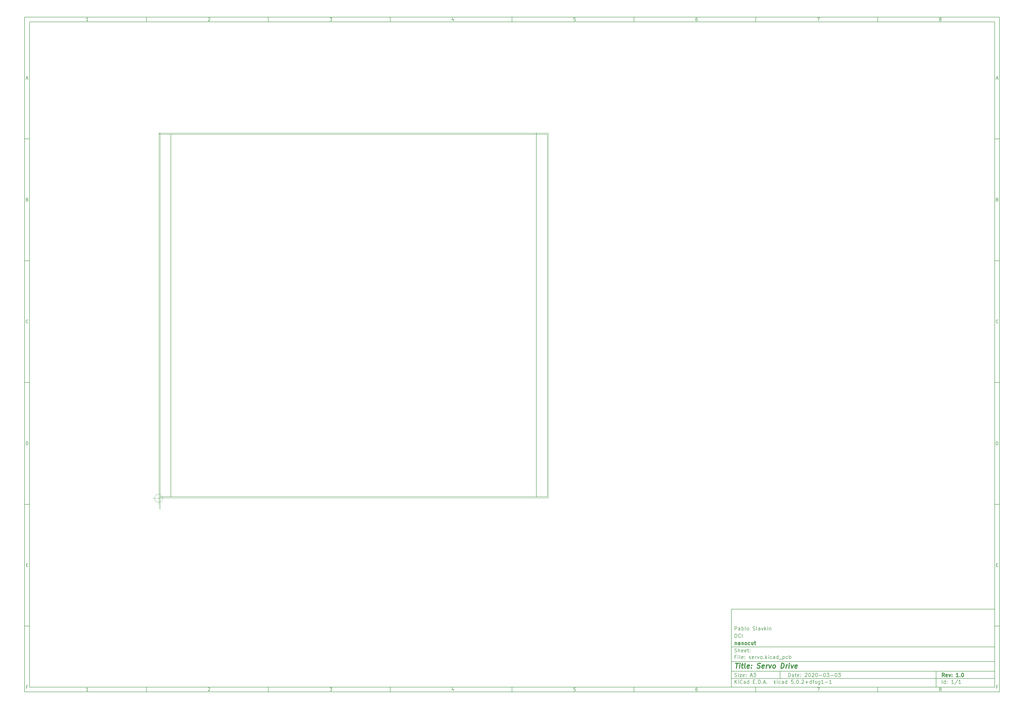
<source format=gbr>
G04 #@! TF.GenerationSoftware,KiCad,Pcbnew,5.0.2+dfsg1-1*
G04 #@! TF.CreationDate,2020-03-04T17:04:27-03:00*
G04 #@! TF.ProjectId,servo,73657276-6f2e-46b6-9963-61645f706362,1.0*
G04 #@! TF.SameCoordinates,PX3dfd240PYc5e32e0*
G04 #@! TF.FileFunction,Other,User*
%FSLAX46Y46*%
G04 Gerber Fmt 4.6, Leading zero omitted, Abs format (unit mm)*
G04 Created by KiCad (PCBNEW 5.0.2+dfsg1-1) date Wed 04 Mar 2020 05:04:27 PM -03*
%MOMM*%
%LPD*%
G01*
G04 APERTURE LIST*
%ADD10C,0.100000*%
%ADD11C,0.150000*%
%ADD12C,0.300000*%
%ADD13C,0.400000*%
%ADD14C,0.200000*%
G04 APERTURE END LIST*
D10*
D11*
X234989000Y-45502200D02*
X234989000Y-77502200D01*
X342989000Y-77502200D01*
X342989000Y-45502200D01*
X234989000Y-45502200D01*
D10*
D11*
X-55000000Y197500000D02*
X-55000000Y-79502200D01*
X344989000Y-79502200D01*
X344989000Y197500000D01*
X-55000000Y197500000D01*
D10*
D11*
X-53000000Y195500000D02*
X-53000000Y-77502200D01*
X342989000Y-77502200D01*
X342989000Y195500000D01*
X-53000000Y195500000D01*
D10*
D11*
X-5000000Y195500000D02*
X-5000000Y197500000D01*
D10*
D11*
X45000000Y195500000D02*
X45000000Y197500000D01*
D10*
D11*
X95000000Y195500000D02*
X95000000Y197500000D01*
D10*
D11*
X145000000Y195500000D02*
X145000000Y197500000D01*
D10*
D11*
X195000000Y195500000D02*
X195000000Y197500000D01*
D10*
D11*
X245000000Y195500000D02*
X245000000Y197500000D01*
D10*
D11*
X295000000Y195500000D02*
X295000000Y197500000D01*
D10*
D11*
X-28934524Y195911905D02*
X-29677381Y195911905D01*
X-29305953Y195911905D02*
X-29305953Y197211905D01*
X-29429762Y197026191D01*
X-29553572Y196902381D01*
X-29677381Y196840477D01*
D10*
D11*
X20322619Y197088096D02*
X20384523Y197150000D01*
X20508333Y197211905D01*
X20817857Y197211905D01*
X20941666Y197150000D01*
X21003571Y197088096D01*
X21065476Y196964286D01*
X21065476Y196840477D01*
X21003571Y196654762D01*
X20260714Y195911905D01*
X21065476Y195911905D01*
D10*
D11*
X70260714Y197211905D02*
X71065476Y197211905D01*
X70632142Y196716667D01*
X70817857Y196716667D01*
X70941666Y196654762D01*
X71003571Y196592858D01*
X71065476Y196469048D01*
X71065476Y196159524D01*
X71003571Y196035715D01*
X70941666Y195973810D01*
X70817857Y195911905D01*
X70446428Y195911905D01*
X70322619Y195973810D01*
X70260714Y196035715D01*
D10*
D11*
X120941666Y196778572D02*
X120941666Y195911905D01*
X120632142Y197273810D02*
X120322619Y196345239D01*
X121127380Y196345239D01*
D10*
D11*
X171003571Y197211905D02*
X170384523Y197211905D01*
X170322619Y196592858D01*
X170384523Y196654762D01*
X170508333Y196716667D01*
X170817857Y196716667D01*
X170941666Y196654762D01*
X171003571Y196592858D01*
X171065476Y196469048D01*
X171065476Y196159524D01*
X171003571Y196035715D01*
X170941666Y195973810D01*
X170817857Y195911905D01*
X170508333Y195911905D01*
X170384523Y195973810D01*
X170322619Y196035715D01*
D10*
D11*
X220941666Y197211905D02*
X220694047Y197211905D01*
X220570238Y197150000D01*
X220508333Y197088096D01*
X220384523Y196902381D01*
X220322619Y196654762D01*
X220322619Y196159524D01*
X220384523Y196035715D01*
X220446428Y195973810D01*
X220570238Y195911905D01*
X220817857Y195911905D01*
X220941666Y195973810D01*
X221003571Y196035715D01*
X221065476Y196159524D01*
X221065476Y196469048D01*
X221003571Y196592858D01*
X220941666Y196654762D01*
X220817857Y196716667D01*
X220570238Y196716667D01*
X220446428Y196654762D01*
X220384523Y196592858D01*
X220322619Y196469048D01*
D10*
D11*
X270260714Y197211905D02*
X271127380Y197211905D01*
X270570238Y195911905D01*
D10*
D11*
X320570238Y196654762D02*
X320446428Y196716667D01*
X320384523Y196778572D01*
X320322619Y196902381D01*
X320322619Y196964286D01*
X320384523Y197088096D01*
X320446428Y197150000D01*
X320570238Y197211905D01*
X320817857Y197211905D01*
X320941666Y197150000D01*
X321003571Y197088096D01*
X321065476Y196964286D01*
X321065476Y196902381D01*
X321003571Y196778572D01*
X320941666Y196716667D01*
X320817857Y196654762D01*
X320570238Y196654762D01*
X320446428Y196592858D01*
X320384523Y196530953D01*
X320322619Y196407143D01*
X320322619Y196159524D01*
X320384523Y196035715D01*
X320446428Y195973810D01*
X320570238Y195911905D01*
X320817857Y195911905D01*
X320941666Y195973810D01*
X321003571Y196035715D01*
X321065476Y196159524D01*
X321065476Y196407143D01*
X321003571Y196530953D01*
X320941666Y196592858D01*
X320817857Y196654762D01*
D10*
D11*
X-5000000Y-77502200D02*
X-5000000Y-79502200D01*
D10*
D11*
X45000000Y-77502200D02*
X45000000Y-79502200D01*
D10*
D11*
X95000000Y-77502200D02*
X95000000Y-79502200D01*
D10*
D11*
X145000000Y-77502200D02*
X145000000Y-79502200D01*
D10*
D11*
X195000000Y-77502200D02*
X195000000Y-79502200D01*
D10*
D11*
X245000000Y-77502200D02*
X245000000Y-79502200D01*
D10*
D11*
X295000000Y-77502200D02*
X295000000Y-79502200D01*
D10*
D11*
X-28934524Y-79090295D02*
X-29677381Y-79090295D01*
X-29305953Y-79090295D02*
X-29305953Y-77790295D01*
X-29429762Y-77976009D01*
X-29553572Y-78099819D01*
X-29677381Y-78161723D01*
D10*
D11*
X20322619Y-77914104D02*
X20384523Y-77852200D01*
X20508333Y-77790295D01*
X20817857Y-77790295D01*
X20941666Y-77852200D01*
X21003571Y-77914104D01*
X21065476Y-78037914D01*
X21065476Y-78161723D01*
X21003571Y-78347438D01*
X20260714Y-79090295D01*
X21065476Y-79090295D01*
D10*
D11*
X70260714Y-77790295D02*
X71065476Y-77790295D01*
X70632142Y-78285533D01*
X70817857Y-78285533D01*
X70941666Y-78347438D01*
X71003571Y-78409342D01*
X71065476Y-78533152D01*
X71065476Y-78842676D01*
X71003571Y-78966485D01*
X70941666Y-79028390D01*
X70817857Y-79090295D01*
X70446428Y-79090295D01*
X70322619Y-79028390D01*
X70260714Y-78966485D01*
D10*
D11*
X120941666Y-78223628D02*
X120941666Y-79090295D01*
X120632142Y-77728390D02*
X120322619Y-78656961D01*
X121127380Y-78656961D01*
D10*
D11*
X171003571Y-77790295D02*
X170384523Y-77790295D01*
X170322619Y-78409342D01*
X170384523Y-78347438D01*
X170508333Y-78285533D01*
X170817857Y-78285533D01*
X170941666Y-78347438D01*
X171003571Y-78409342D01*
X171065476Y-78533152D01*
X171065476Y-78842676D01*
X171003571Y-78966485D01*
X170941666Y-79028390D01*
X170817857Y-79090295D01*
X170508333Y-79090295D01*
X170384523Y-79028390D01*
X170322619Y-78966485D01*
D10*
D11*
X220941666Y-77790295D02*
X220694047Y-77790295D01*
X220570238Y-77852200D01*
X220508333Y-77914104D01*
X220384523Y-78099819D01*
X220322619Y-78347438D01*
X220322619Y-78842676D01*
X220384523Y-78966485D01*
X220446428Y-79028390D01*
X220570238Y-79090295D01*
X220817857Y-79090295D01*
X220941666Y-79028390D01*
X221003571Y-78966485D01*
X221065476Y-78842676D01*
X221065476Y-78533152D01*
X221003571Y-78409342D01*
X220941666Y-78347438D01*
X220817857Y-78285533D01*
X220570238Y-78285533D01*
X220446428Y-78347438D01*
X220384523Y-78409342D01*
X220322619Y-78533152D01*
D10*
D11*
X270260714Y-77790295D02*
X271127380Y-77790295D01*
X270570238Y-79090295D01*
D10*
D11*
X320570238Y-78347438D02*
X320446428Y-78285533D01*
X320384523Y-78223628D01*
X320322619Y-78099819D01*
X320322619Y-78037914D01*
X320384523Y-77914104D01*
X320446428Y-77852200D01*
X320570238Y-77790295D01*
X320817857Y-77790295D01*
X320941666Y-77852200D01*
X321003571Y-77914104D01*
X321065476Y-78037914D01*
X321065476Y-78099819D01*
X321003571Y-78223628D01*
X320941666Y-78285533D01*
X320817857Y-78347438D01*
X320570238Y-78347438D01*
X320446428Y-78409342D01*
X320384523Y-78471247D01*
X320322619Y-78595057D01*
X320322619Y-78842676D01*
X320384523Y-78966485D01*
X320446428Y-79028390D01*
X320570238Y-79090295D01*
X320817857Y-79090295D01*
X320941666Y-79028390D01*
X321003571Y-78966485D01*
X321065476Y-78842676D01*
X321065476Y-78595057D01*
X321003571Y-78471247D01*
X320941666Y-78409342D01*
X320817857Y-78347438D01*
D10*
D11*
X-55000000Y147500000D02*
X-53000000Y147500000D01*
D10*
D11*
X-55000000Y97500000D02*
X-53000000Y97500000D01*
D10*
D11*
X-55000000Y47500000D02*
X-53000000Y47500000D01*
D10*
D11*
X-55000000Y-2500000D02*
X-53000000Y-2500000D01*
D10*
D11*
X-55000000Y-52500000D02*
X-53000000Y-52500000D01*
D10*
D11*
X-54309524Y172283334D02*
X-53690477Y172283334D01*
X-54433334Y171911905D02*
X-54000000Y173211905D01*
X-53566667Y171911905D01*
D10*
D11*
X-53907143Y122592858D02*
X-53721429Y122530953D01*
X-53659524Y122469048D01*
X-53597620Y122345239D01*
X-53597620Y122159524D01*
X-53659524Y122035715D01*
X-53721429Y121973810D01*
X-53845239Y121911905D01*
X-54340477Y121911905D01*
X-54340477Y123211905D01*
X-53907143Y123211905D01*
X-53783334Y123150000D01*
X-53721429Y123088096D01*
X-53659524Y122964286D01*
X-53659524Y122840477D01*
X-53721429Y122716667D01*
X-53783334Y122654762D01*
X-53907143Y122592858D01*
X-54340477Y122592858D01*
D10*
D11*
X-53597620Y72035715D02*
X-53659524Y71973810D01*
X-53845239Y71911905D01*
X-53969048Y71911905D01*
X-54154762Y71973810D01*
X-54278572Y72097620D01*
X-54340477Y72221429D01*
X-54402381Y72469048D01*
X-54402381Y72654762D01*
X-54340477Y72902381D01*
X-54278572Y73026191D01*
X-54154762Y73150000D01*
X-53969048Y73211905D01*
X-53845239Y73211905D01*
X-53659524Y73150000D01*
X-53597620Y73088096D01*
D10*
D11*
X-54340477Y21911905D02*
X-54340477Y23211905D01*
X-54030953Y23211905D01*
X-53845239Y23150000D01*
X-53721429Y23026191D01*
X-53659524Y22902381D01*
X-53597620Y22654762D01*
X-53597620Y22469048D01*
X-53659524Y22221429D01*
X-53721429Y22097620D01*
X-53845239Y21973810D01*
X-54030953Y21911905D01*
X-54340477Y21911905D01*
D10*
D11*
X-54278572Y-27407142D02*
X-53845239Y-27407142D01*
X-53659524Y-28088095D02*
X-54278572Y-28088095D01*
X-54278572Y-26788095D01*
X-53659524Y-26788095D01*
D10*
D11*
X-53814286Y-77407142D02*
X-54247620Y-77407142D01*
X-54247620Y-78088095D02*
X-54247620Y-76788095D01*
X-53628572Y-76788095D01*
D10*
D11*
X344989000Y147500000D02*
X342989000Y147500000D01*
D10*
D11*
X344989000Y97500000D02*
X342989000Y97500000D01*
D10*
D11*
X344989000Y47500000D02*
X342989000Y47500000D01*
D10*
D11*
X344989000Y-2500000D02*
X342989000Y-2500000D01*
D10*
D11*
X344989000Y-52500000D02*
X342989000Y-52500000D01*
D10*
D11*
X343679476Y172283334D02*
X344298523Y172283334D01*
X343555666Y171911905D02*
X343989000Y173211905D01*
X344422333Y171911905D01*
D10*
D11*
X344081857Y122592858D02*
X344267571Y122530953D01*
X344329476Y122469048D01*
X344391380Y122345239D01*
X344391380Y122159524D01*
X344329476Y122035715D01*
X344267571Y121973810D01*
X344143761Y121911905D01*
X343648523Y121911905D01*
X343648523Y123211905D01*
X344081857Y123211905D01*
X344205666Y123150000D01*
X344267571Y123088096D01*
X344329476Y122964286D01*
X344329476Y122840477D01*
X344267571Y122716667D01*
X344205666Y122654762D01*
X344081857Y122592858D01*
X343648523Y122592858D01*
D10*
D11*
X344391380Y72035715D02*
X344329476Y71973810D01*
X344143761Y71911905D01*
X344019952Y71911905D01*
X343834238Y71973810D01*
X343710428Y72097620D01*
X343648523Y72221429D01*
X343586619Y72469048D01*
X343586619Y72654762D01*
X343648523Y72902381D01*
X343710428Y73026191D01*
X343834238Y73150000D01*
X344019952Y73211905D01*
X344143761Y73211905D01*
X344329476Y73150000D01*
X344391380Y73088096D01*
D10*
D11*
X343648523Y21911905D02*
X343648523Y23211905D01*
X343958047Y23211905D01*
X344143761Y23150000D01*
X344267571Y23026191D01*
X344329476Y22902381D01*
X344391380Y22654762D01*
X344391380Y22469048D01*
X344329476Y22221429D01*
X344267571Y22097620D01*
X344143761Y21973810D01*
X343958047Y21911905D01*
X343648523Y21911905D01*
D10*
D11*
X343710428Y-27407142D02*
X344143761Y-27407142D01*
X344329476Y-28088095D02*
X343710428Y-28088095D01*
X343710428Y-26788095D01*
X344329476Y-26788095D01*
D10*
D11*
X344174714Y-77407142D02*
X343741380Y-77407142D01*
X343741380Y-78088095D02*
X343741380Y-76788095D01*
X344360428Y-76788095D01*
D10*
D11*
X258421142Y-73280771D02*
X258421142Y-71780771D01*
X258778285Y-71780771D01*
X258992571Y-71852200D01*
X259135428Y-71995057D01*
X259206857Y-72137914D01*
X259278285Y-72423628D01*
X259278285Y-72637914D01*
X259206857Y-72923628D01*
X259135428Y-73066485D01*
X258992571Y-73209342D01*
X258778285Y-73280771D01*
X258421142Y-73280771D01*
X260564000Y-73280771D02*
X260564000Y-72495057D01*
X260492571Y-72352200D01*
X260349714Y-72280771D01*
X260064000Y-72280771D01*
X259921142Y-72352200D01*
X260564000Y-73209342D02*
X260421142Y-73280771D01*
X260064000Y-73280771D01*
X259921142Y-73209342D01*
X259849714Y-73066485D01*
X259849714Y-72923628D01*
X259921142Y-72780771D01*
X260064000Y-72709342D01*
X260421142Y-72709342D01*
X260564000Y-72637914D01*
X261064000Y-72280771D02*
X261635428Y-72280771D01*
X261278285Y-71780771D02*
X261278285Y-73066485D01*
X261349714Y-73209342D01*
X261492571Y-73280771D01*
X261635428Y-73280771D01*
X262706857Y-73209342D02*
X262564000Y-73280771D01*
X262278285Y-73280771D01*
X262135428Y-73209342D01*
X262064000Y-73066485D01*
X262064000Y-72495057D01*
X262135428Y-72352200D01*
X262278285Y-72280771D01*
X262564000Y-72280771D01*
X262706857Y-72352200D01*
X262778285Y-72495057D01*
X262778285Y-72637914D01*
X262064000Y-72780771D01*
X263421142Y-73137914D02*
X263492571Y-73209342D01*
X263421142Y-73280771D01*
X263349714Y-73209342D01*
X263421142Y-73137914D01*
X263421142Y-73280771D01*
X263421142Y-72352200D02*
X263492571Y-72423628D01*
X263421142Y-72495057D01*
X263349714Y-72423628D01*
X263421142Y-72352200D01*
X263421142Y-72495057D01*
X265206857Y-71923628D02*
X265278285Y-71852200D01*
X265421142Y-71780771D01*
X265778285Y-71780771D01*
X265921142Y-71852200D01*
X265992571Y-71923628D01*
X266064000Y-72066485D01*
X266064000Y-72209342D01*
X265992571Y-72423628D01*
X265135428Y-73280771D01*
X266064000Y-73280771D01*
X266992571Y-71780771D02*
X267135428Y-71780771D01*
X267278285Y-71852200D01*
X267349714Y-71923628D01*
X267421142Y-72066485D01*
X267492571Y-72352200D01*
X267492571Y-72709342D01*
X267421142Y-72995057D01*
X267349714Y-73137914D01*
X267278285Y-73209342D01*
X267135428Y-73280771D01*
X266992571Y-73280771D01*
X266849714Y-73209342D01*
X266778285Y-73137914D01*
X266706857Y-72995057D01*
X266635428Y-72709342D01*
X266635428Y-72352200D01*
X266706857Y-72066485D01*
X266778285Y-71923628D01*
X266849714Y-71852200D01*
X266992571Y-71780771D01*
X268064000Y-71923628D02*
X268135428Y-71852200D01*
X268278285Y-71780771D01*
X268635428Y-71780771D01*
X268778285Y-71852200D01*
X268849714Y-71923628D01*
X268921142Y-72066485D01*
X268921142Y-72209342D01*
X268849714Y-72423628D01*
X267992571Y-73280771D01*
X268921142Y-73280771D01*
X269849714Y-71780771D02*
X269992571Y-71780771D01*
X270135428Y-71852200D01*
X270206857Y-71923628D01*
X270278285Y-72066485D01*
X270349714Y-72352200D01*
X270349714Y-72709342D01*
X270278285Y-72995057D01*
X270206857Y-73137914D01*
X270135428Y-73209342D01*
X269992571Y-73280771D01*
X269849714Y-73280771D01*
X269706857Y-73209342D01*
X269635428Y-73137914D01*
X269564000Y-72995057D01*
X269492571Y-72709342D01*
X269492571Y-72352200D01*
X269564000Y-72066485D01*
X269635428Y-71923628D01*
X269706857Y-71852200D01*
X269849714Y-71780771D01*
X270992571Y-72709342D02*
X272135428Y-72709342D01*
X273135428Y-71780771D02*
X273278285Y-71780771D01*
X273421142Y-71852200D01*
X273492571Y-71923628D01*
X273564000Y-72066485D01*
X273635428Y-72352200D01*
X273635428Y-72709342D01*
X273564000Y-72995057D01*
X273492571Y-73137914D01*
X273421142Y-73209342D01*
X273278285Y-73280771D01*
X273135428Y-73280771D01*
X272992571Y-73209342D01*
X272921142Y-73137914D01*
X272849714Y-72995057D01*
X272778285Y-72709342D01*
X272778285Y-72352200D01*
X272849714Y-72066485D01*
X272921142Y-71923628D01*
X272992571Y-71852200D01*
X273135428Y-71780771D01*
X274135428Y-71780771D02*
X275064000Y-71780771D01*
X274564000Y-72352200D01*
X274778285Y-72352200D01*
X274921142Y-72423628D01*
X274992571Y-72495057D01*
X275064000Y-72637914D01*
X275064000Y-72995057D01*
X274992571Y-73137914D01*
X274921142Y-73209342D01*
X274778285Y-73280771D01*
X274349714Y-73280771D01*
X274206857Y-73209342D01*
X274135428Y-73137914D01*
X275706857Y-72709342D02*
X276849714Y-72709342D01*
X277849714Y-71780771D02*
X277992571Y-71780771D01*
X278135428Y-71852200D01*
X278206857Y-71923628D01*
X278278285Y-72066485D01*
X278349714Y-72352200D01*
X278349714Y-72709342D01*
X278278285Y-72995057D01*
X278206857Y-73137914D01*
X278135428Y-73209342D01*
X277992571Y-73280771D01*
X277849714Y-73280771D01*
X277706857Y-73209342D01*
X277635428Y-73137914D01*
X277564000Y-72995057D01*
X277492571Y-72709342D01*
X277492571Y-72352200D01*
X277564000Y-72066485D01*
X277635428Y-71923628D01*
X277706857Y-71852200D01*
X277849714Y-71780771D01*
X278849714Y-71780771D02*
X279778285Y-71780771D01*
X279278285Y-72352200D01*
X279492571Y-72352200D01*
X279635428Y-72423628D01*
X279706857Y-72495057D01*
X279778285Y-72637914D01*
X279778285Y-72995057D01*
X279706857Y-73137914D01*
X279635428Y-73209342D01*
X279492571Y-73280771D01*
X279064000Y-73280771D01*
X278921142Y-73209342D01*
X278849714Y-73137914D01*
D10*
D11*
X234989000Y-74002200D02*
X342989000Y-74002200D01*
D10*
D11*
X236421142Y-76080771D02*
X236421142Y-74580771D01*
X237278285Y-76080771D02*
X236635428Y-75223628D01*
X237278285Y-74580771D02*
X236421142Y-75437914D01*
X237921142Y-76080771D02*
X237921142Y-75080771D01*
X237921142Y-74580771D02*
X237849714Y-74652200D01*
X237921142Y-74723628D01*
X237992571Y-74652200D01*
X237921142Y-74580771D01*
X237921142Y-74723628D01*
X239492571Y-75937914D02*
X239421142Y-76009342D01*
X239206857Y-76080771D01*
X239064000Y-76080771D01*
X238849714Y-76009342D01*
X238706857Y-75866485D01*
X238635428Y-75723628D01*
X238564000Y-75437914D01*
X238564000Y-75223628D01*
X238635428Y-74937914D01*
X238706857Y-74795057D01*
X238849714Y-74652200D01*
X239064000Y-74580771D01*
X239206857Y-74580771D01*
X239421142Y-74652200D01*
X239492571Y-74723628D01*
X240778285Y-76080771D02*
X240778285Y-75295057D01*
X240706857Y-75152200D01*
X240564000Y-75080771D01*
X240278285Y-75080771D01*
X240135428Y-75152200D01*
X240778285Y-76009342D02*
X240635428Y-76080771D01*
X240278285Y-76080771D01*
X240135428Y-76009342D01*
X240064000Y-75866485D01*
X240064000Y-75723628D01*
X240135428Y-75580771D01*
X240278285Y-75509342D01*
X240635428Y-75509342D01*
X240778285Y-75437914D01*
X242135428Y-76080771D02*
X242135428Y-74580771D01*
X242135428Y-76009342D02*
X241992571Y-76080771D01*
X241706857Y-76080771D01*
X241564000Y-76009342D01*
X241492571Y-75937914D01*
X241421142Y-75795057D01*
X241421142Y-75366485D01*
X241492571Y-75223628D01*
X241564000Y-75152200D01*
X241706857Y-75080771D01*
X241992571Y-75080771D01*
X242135428Y-75152200D01*
X243992571Y-75295057D02*
X244492571Y-75295057D01*
X244706857Y-76080771D02*
X243992571Y-76080771D01*
X243992571Y-74580771D01*
X244706857Y-74580771D01*
X245349714Y-75937914D02*
X245421142Y-76009342D01*
X245349714Y-76080771D01*
X245278285Y-76009342D01*
X245349714Y-75937914D01*
X245349714Y-76080771D01*
X246064000Y-76080771D02*
X246064000Y-74580771D01*
X246421142Y-74580771D01*
X246635428Y-74652200D01*
X246778285Y-74795057D01*
X246849714Y-74937914D01*
X246921142Y-75223628D01*
X246921142Y-75437914D01*
X246849714Y-75723628D01*
X246778285Y-75866485D01*
X246635428Y-76009342D01*
X246421142Y-76080771D01*
X246064000Y-76080771D01*
X247564000Y-75937914D02*
X247635428Y-76009342D01*
X247564000Y-76080771D01*
X247492571Y-76009342D01*
X247564000Y-75937914D01*
X247564000Y-76080771D01*
X248206857Y-75652200D02*
X248921142Y-75652200D01*
X248064000Y-76080771D02*
X248564000Y-74580771D01*
X249064000Y-76080771D01*
X249564000Y-75937914D02*
X249635428Y-76009342D01*
X249564000Y-76080771D01*
X249492571Y-76009342D01*
X249564000Y-75937914D01*
X249564000Y-76080771D01*
X252564000Y-76080771D02*
X252564000Y-74580771D01*
X252706857Y-75509342D02*
X253135428Y-76080771D01*
X253135428Y-75080771D02*
X252564000Y-75652200D01*
X253778285Y-76080771D02*
X253778285Y-75080771D01*
X253778285Y-74580771D02*
X253706857Y-74652200D01*
X253778285Y-74723628D01*
X253849714Y-74652200D01*
X253778285Y-74580771D01*
X253778285Y-74723628D01*
X255135428Y-76009342D02*
X254992571Y-76080771D01*
X254706857Y-76080771D01*
X254564000Y-76009342D01*
X254492571Y-75937914D01*
X254421142Y-75795057D01*
X254421142Y-75366485D01*
X254492571Y-75223628D01*
X254564000Y-75152200D01*
X254706857Y-75080771D01*
X254992571Y-75080771D01*
X255135428Y-75152200D01*
X256421142Y-76080771D02*
X256421142Y-75295057D01*
X256349714Y-75152200D01*
X256206857Y-75080771D01*
X255921142Y-75080771D01*
X255778285Y-75152200D01*
X256421142Y-76009342D02*
X256278285Y-76080771D01*
X255921142Y-76080771D01*
X255778285Y-76009342D01*
X255706857Y-75866485D01*
X255706857Y-75723628D01*
X255778285Y-75580771D01*
X255921142Y-75509342D01*
X256278285Y-75509342D01*
X256421142Y-75437914D01*
X257778285Y-76080771D02*
X257778285Y-74580771D01*
X257778285Y-76009342D02*
X257635428Y-76080771D01*
X257349714Y-76080771D01*
X257206857Y-76009342D01*
X257135428Y-75937914D01*
X257064000Y-75795057D01*
X257064000Y-75366485D01*
X257135428Y-75223628D01*
X257206857Y-75152200D01*
X257349714Y-75080771D01*
X257635428Y-75080771D01*
X257778285Y-75152200D01*
X260349714Y-74580771D02*
X259635428Y-74580771D01*
X259564000Y-75295057D01*
X259635428Y-75223628D01*
X259778285Y-75152200D01*
X260135428Y-75152200D01*
X260278285Y-75223628D01*
X260349714Y-75295057D01*
X260421142Y-75437914D01*
X260421142Y-75795057D01*
X260349714Y-75937914D01*
X260278285Y-76009342D01*
X260135428Y-76080771D01*
X259778285Y-76080771D01*
X259635428Y-76009342D01*
X259564000Y-75937914D01*
X261064000Y-75937914D02*
X261135428Y-76009342D01*
X261064000Y-76080771D01*
X260992571Y-76009342D01*
X261064000Y-75937914D01*
X261064000Y-76080771D01*
X262064000Y-74580771D02*
X262206857Y-74580771D01*
X262349714Y-74652200D01*
X262421142Y-74723628D01*
X262492571Y-74866485D01*
X262564000Y-75152200D01*
X262564000Y-75509342D01*
X262492571Y-75795057D01*
X262421142Y-75937914D01*
X262349714Y-76009342D01*
X262206857Y-76080771D01*
X262064000Y-76080771D01*
X261921142Y-76009342D01*
X261849714Y-75937914D01*
X261778285Y-75795057D01*
X261706857Y-75509342D01*
X261706857Y-75152200D01*
X261778285Y-74866485D01*
X261849714Y-74723628D01*
X261921142Y-74652200D01*
X262064000Y-74580771D01*
X263206857Y-75937914D02*
X263278285Y-76009342D01*
X263206857Y-76080771D01*
X263135428Y-76009342D01*
X263206857Y-75937914D01*
X263206857Y-76080771D01*
X263849714Y-74723628D02*
X263921142Y-74652200D01*
X264064000Y-74580771D01*
X264421142Y-74580771D01*
X264564000Y-74652200D01*
X264635428Y-74723628D01*
X264706857Y-74866485D01*
X264706857Y-75009342D01*
X264635428Y-75223628D01*
X263778285Y-76080771D01*
X264706857Y-76080771D01*
X265349714Y-75509342D02*
X266492571Y-75509342D01*
X265921142Y-76080771D02*
X265921142Y-74937914D01*
X267849714Y-76080771D02*
X267849714Y-74580771D01*
X267849714Y-76009342D02*
X267706857Y-76080771D01*
X267421142Y-76080771D01*
X267278285Y-76009342D01*
X267206857Y-75937914D01*
X267135428Y-75795057D01*
X267135428Y-75366485D01*
X267206857Y-75223628D01*
X267278285Y-75152200D01*
X267421142Y-75080771D01*
X267706857Y-75080771D01*
X267849714Y-75152200D01*
X268349714Y-75080771D02*
X268921142Y-75080771D01*
X268564000Y-76080771D02*
X268564000Y-74795057D01*
X268635428Y-74652200D01*
X268778285Y-74580771D01*
X268921142Y-74580771D01*
X269349714Y-76009342D02*
X269492571Y-76080771D01*
X269778285Y-76080771D01*
X269921142Y-76009342D01*
X269992571Y-75866485D01*
X269992571Y-75795057D01*
X269921142Y-75652200D01*
X269778285Y-75580771D01*
X269564000Y-75580771D01*
X269421142Y-75509342D01*
X269349714Y-75366485D01*
X269349714Y-75295057D01*
X269421142Y-75152200D01*
X269564000Y-75080771D01*
X269778285Y-75080771D01*
X269921142Y-75152200D01*
X271278285Y-75080771D02*
X271278285Y-76295057D01*
X271206857Y-76437914D01*
X271135428Y-76509342D01*
X270992571Y-76580771D01*
X270778285Y-76580771D01*
X270635428Y-76509342D01*
X271278285Y-76009342D02*
X271135428Y-76080771D01*
X270849714Y-76080771D01*
X270706857Y-76009342D01*
X270635428Y-75937914D01*
X270564000Y-75795057D01*
X270564000Y-75366485D01*
X270635428Y-75223628D01*
X270706857Y-75152200D01*
X270849714Y-75080771D01*
X271135428Y-75080771D01*
X271278285Y-75152200D01*
X272778285Y-76080771D02*
X271921142Y-76080771D01*
X272349714Y-76080771D02*
X272349714Y-74580771D01*
X272206857Y-74795057D01*
X272064000Y-74937914D01*
X271921142Y-75009342D01*
X273421142Y-75509342D02*
X274564000Y-75509342D01*
X276064000Y-76080771D02*
X275206857Y-76080771D01*
X275635428Y-76080771D02*
X275635428Y-74580771D01*
X275492571Y-74795057D01*
X275349714Y-74937914D01*
X275206857Y-75009342D01*
D10*
D11*
X234989000Y-71002200D02*
X342989000Y-71002200D01*
D10*
D12*
X322398285Y-73280771D02*
X321898285Y-72566485D01*
X321541142Y-73280771D02*
X321541142Y-71780771D01*
X322112571Y-71780771D01*
X322255428Y-71852200D01*
X322326857Y-71923628D01*
X322398285Y-72066485D01*
X322398285Y-72280771D01*
X322326857Y-72423628D01*
X322255428Y-72495057D01*
X322112571Y-72566485D01*
X321541142Y-72566485D01*
X323612571Y-73209342D02*
X323469714Y-73280771D01*
X323184000Y-73280771D01*
X323041142Y-73209342D01*
X322969714Y-73066485D01*
X322969714Y-72495057D01*
X323041142Y-72352200D01*
X323184000Y-72280771D01*
X323469714Y-72280771D01*
X323612571Y-72352200D01*
X323684000Y-72495057D01*
X323684000Y-72637914D01*
X322969714Y-72780771D01*
X324184000Y-72280771D02*
X324541142Y-73280771D01*
X324898285Y-72280771D01*
X325469714Y-73137914D02*
X325541142Y-73209342D01*
X325469714Y-73280771D01*
X325398285Y-73209342D01*
X325469714Y-73137914D01*
X325469714Y-73280771D01*
X325469714Y-72352200D02*
X325541142Y-72423628D01*
X325469714Y-72495057D01*
X325398285Y-72423628D01*
X325469714Y-72352200D01*
X325469714Y-72495057D01*
X328112571Y-73280771D02*
X327255428Y-73280771D01*
X327684000Y-73280771D02*
X327684000Y-71780771D01*
X327541142Y-71995057D01*
X327398285Y-72137914D01*
X327255428Y-72209342D01*
X328755428Y-73137914D02*
X328826857Y-73209342D01*
X328755428Y-73280771D01*
X328684000Y-73209342D01*
X328755428Y-73137914D01*
X328755428Y-73280771D01*
X329755428Y-71780771D02*
X329898285Y-71780771D01*
X330041142Y-71852200D01*
X330112571Y-71923628D01*
X330184000Y-72066485D01*
X330255428Y-72352200D01*
X330255428Y-72709342D01*
X330184000Y-72995057D01*
X330112571Y-73137914D01*
X330041142Y-73209342D01*
X329898285Y-73280771D01*
X329755428Y-73280771D01*
X329612571Y-73209342D01*
X329541142Y-73137914D01*
X329469714Y-72995057D01*
X329398285Y-72709342D01*
X329398285Y-72352200D01*
X329469714Y-72066485D01*
X329541142Y-71923628D01*
X329612571Y-71852200D01*
X329755428Y-71780771D01*
D10*
D11*
X236349714Y-73209342D02*
X236564000Y-73280771D01*
X236921142Y-73280771D01*
X237064000Y-73209342D01*
X237135428Y-73137914D01*
X237206857Y-72995057D01*
X237206857Y-72852200D01*
X237135428Y-72709342D01*
X237064000Y-72637914D01*
X236921142Y-72566485D01*
X236635428Y-72495057D01*
X236492571Y-72423628D01*
X236421142Y-72352200D01*
X236349714Y-72209342D01*
X236349714Y-72066485D01*
X236421142Y-71923628D01*
X236492571Y-71852200D01*
X236635428Y-71780771D01*
X236992571Y-71780771D01*
X237206857Y-71852200D01*
X237849714Y-73280771D02*
X237849714Y-72280771D01*
X237849714Y-71780771D02*
X237778285Y-71852200D01*
X237849714Y-71923628D01*
X237921142Y-71852200D01*
X237849714Y-71780771D01*
X237849714Y-71923628D01*
X238421142Y-72280771D02*
X239206857Y-72280771D01*
X238421142Y-73280771D01*
X239206857Y-73280771D01*
X240349714Y-73209342D02*
X240206857Y-73280771D01*
X239921142Y-73280771D01*
X239778285Y-73209342D01*
X239706857Y-73066485D01*
X239706857Y-72495057D01*
X239778285Y-72352200D01*
X239921142Y-72280771D01*
X240206857Y-72280771D01*
X240349714Y-72352200D01*
X240421142Y-72495057D01*
X240421142Y-72637914D01*
X239706857Y-72780771D01*
X241064000Y-73137914D02*
X241135428Y-73209342D01*
X241064000Y-73280771D01*
X240992571Y-73209342D01*
X241064000Y-73137914D01*
X241064000Y-73280771D01*
X241064000Y-72352200D02*
X241135428Y-72423628D01*
X241064000Y-72495057D01*
X240992571Y-72423628D01*
X241064000Y-72352200D01*
X241064000Y-72495057D01*
X242849714Y-72852200D02*
X243564000Y-72852200D01*
X242706857Y-73280771D02*
X243206857Y-71780771D01*
X243706857Y-73280771D01*
X244064000Y-71780771D02*
X244992571Y-71780771D01*
X244492571Y-72352200D01*
X244706857Y-72352200D01*
X244849714Y-72423628D01*
X244921142Y-72495057D01*
X244992571Y-72637914D01*
X244992571Y-72995057D01*
X244921142Y-73137914D01*
X244849714Y-73209342D01*
X244706857Y-73280771D01*
X244278285Y-73280771D01*
X244135428Y-73209342D01*
X244064000Y-73137914D01*
D10*
D11*
X321421142Y-76080771D02*
X321421142Y-74580771D01*
X322778285Y-76080771D02*
X322778285Y-74580771D01*
X322778285Y-76009342D02*
X322635428Y-76080771D01*
X322349714Y-76080771D01*
X322206857Y-76009342D01*
X322135428Y-75937914D01*
X322064000Y-75795057D01*
X322064000Y-75366485D01*
X322135428Y-75223628D01*
X322206857Y-75152200D01*
X322349714Y-75080771D01*
X322635428Y-75080771D01*
X322778285Y-75152200D01*
X323492571Y-75937914D02*
X323564000Y-76009342D01*
X323492571Y-76080771D01*
X323421142Y-76009342D01*
X323492571Y-75937914D01*
X323492571Y-76080771D01*
X323492571Y-75152200D02*
X323564000Y-75223628D01*
X323492571Y-75295057D01*
X323421142Y-75223628D01*
X323492571Y-75152200D01*
X323492571Y-75295057D01*
X326135428Y-76080771D02*
X325278285Y-76080771D01*
X325706857Y-76080771D02*
X325706857Y-74580771D01*
X325564000Y-74795057D01*
X325421142Y-74937914D01*
X325278285Y-75009342D01*
X327849714Y-74509342D02*
X326564000Y-76437914D01*
X329135428Y-76080771D02*
X328278285Y-76080771D01*
X328706857Y-76080771D02*
X328706857Y-74580771D01*
X328564000Y-74795057D01*
X328421142Y-74937914D01*
X328278285Y-75009342D01*
D10*
D11*
X234989000Y-67002200D02*
X342989000Y-67002200D01*
D10*
D13*
X236701380Y-67706961D02*
X237844238Y-67706961D01*
X237022809Y-69706961D02*
X237272809Y-67706961D01*
X238260904Y-69706961D02*
X238427571Y-68373628D01*
X238510904Y-67706961D02*
X238403761Y-67802200D01*
X238487095Y-67897438D01*
X238594238Y-67802200D01*
X238510904Y-67706961D01*
X238487095Y-67897438D01*
X239094238Y-68373628D02*
X239856142Y-68373628D01*
X239463285Y-67706961D02*
X239249000Y-69421247D01*
X239320428Y-69611723D01*
X239499000Y-69706961D01*
X239689476Y-69706961D01*
X240641857Y-69706961D02*
X240463285Y-69611723D01*
X240391857Y-69421247D01*
X240606142Y-67706961D01*
X242177571Y-69611723D02*
X241975190Y-69706961D01*
X241594238Y-69706961D01*
X241415666Y-69611723D01*
X241344238Y-69421247D01*
X241439476Y-68659342D01*
X241558523Y-68468866D01*
X241760904Y-68373628D01*
X242141857Y-68373628D01*
X242320428Y-68468866D01*
X242391857Y-68659342D01*
X242368047Y-68849819D01*
X241391857Y-69040295D01*
X243141857Y-69516485D02*
X243225190Y-69611723D01*
X243118047Y-69706961D01*
X243034714Y-69611723D01*
X243141857Y-69516485D01*
X243118047Y-69706961D01*
X243272809Y-68468866D02*
X243356142Y-68564104D01*
X243249000Y-68659342D01*
X243165666Y-68564104D01*
X243272809Y-68468866D01*
X243249000Y-68659342D01*
X245510904Y-69611723D02*
X245784714Y-69706961D01*
X246260904Y-69706961D01*
X246463285Y-69611723D01*
X246570428Y-69516485D01*
X246689476Y-69326009D01*
X246713285Y-69135533D01*
X246641857Y-68945057D01*
X246558523Y-68849819D01*
X246379952Y-68754580D01*
X246010904Y-68659342D01*
X245832333Y-68564104D01*
X245749000Y-68468866D01*
X245677571Y-68278390D01*
X245701380Y-68087914D01*
X245820428Y-67897438D01*
X245927571Y-67802200D01*
X246129952Y-67706961D01*
X246606142Y-67706961D01*
X246879952Y-67802200D01*
X248272809Y-69611723D02*
X248070428Y-69706961D01*
X247689476Y-69706961D01*
X247510904Y-69611723D01*
X247439476Y-69421247D01*
X247534714Y-68659342D01*
X247653761Y-68468866D01*
X247856142Y-68373628D01*
X248237095Y-68373628D01*
X248415666Y-68468866D01*
X248487095Y-68659342D01*
X248463285Y-68849819D01*
X247487095Y-69040295D01*
X249213285Y-69706961D02*
X249379952Y-68373628D01*
X249332333Y-68754580D02*
X249451380Y-68564104D01*
X249558523Y-68468866D01*
X249760904Y-68373628D01*
X249951380Y-68373628D01*
X250427571Y-68373628D02*
X250737095Y-69706961D01*
X251379952Y-68373628D01*
X252260904Y-69706961D02*
X252082333Y-69611723D01*
X251999000Y-69516485D01*
X251927571Y-69326009D01*
X251999000Y-68754580D01*
X252118047Y-68564104D01*
X252225190Y-68468866D01*
X252427571Y-68373628D01*
X252713285Y-68373628D01*
X252891857Y-68468866D01*
X252975190Y-68564104D01*
X253046619Y-68754580D01*
X252975190Y-69326009D01*
X252856142Y-69516485D01*
X252749000Y-69611723D01*
X252546619Y-69706961D01*
X252260904Y-69706961D01*
X255308523Y-69706961D02*
X255558523Y-67706961D01*
X256034714Y-67706961D01*
X256308523Y-67802200D01*
X256475190Y-67992676D01*
X256546619Y-68183152D01*
X256594238Y-68564104D01*
X256558523Y-68849819D01*
X256415666Y-69230771D01*
X256296619Y-69421247D01*
X256082333Y-69611723D01*
X255784714Y-69706961D01*
X255308523Y-69706961D01*
X257308523Y-69706961D02*
X257475190Y-68373628D01*
X257427571Y-68754580D02*
X257546619Y-68564104D01*
X257653761Y-68468866D01*
X257856142Y-68373628D01*
X258046619Y-68373628D01*
X258546619Y-69706961D02*
X258713285Y-68373628D01*
X258796619Y-67706961D02*
X258689476Y-67802200D01*
X258772809Y-67897438D01*
X258879952Y-67802200D01*
X258796619Y-67706961D01*
X258772809Y-67897438D01*
X259475190Y-68373628D02*
X259784714Y-69706961D01*
X260427571Y-68373628D01*
X261796619Y-69611723D02*
X261594238Y-69706961D01*
X261213285Y-69706961D01*
X261034714Y-69611723D01*
X260963285Y-69421247D01*
X261058523Y-68659342D01*
X261177571Y-68468866D01*
X261379952Y-68373628D01*
X261760904Y-68373628D01*
X261939476Y-68468866D01*
X262010904Y-68659342D01*
X261987095Y-68849819D01*
X261010904Y-69040295D01*
D10*
D11*
X236921142Y-65095057D02*
X236421142Y-65095057D01*
X236421142Y-65880771D02*
X236421142Y-64380771D01*
X237135428Y-64380771D01*
X237706857Y-65880771D02*
X237706857Y-64880771D01*
X237706857Y-64380771D02*
X237635428Y-64452200D01*
X237706857Y-64523628D01*
X237778285Y-64452200D01*
X237706857Y-64380771D01*
X237706857Y-64523628D01*
X238635428Y-65880771D02*
X238492571Y-65809342D01*
X238421142Y-65666485D01*
X238421142Y-64380771D01*
X239778285Y-65809342D02*
X239635428Y-65880771D01*
X239349714Y-65880771D01*
X239206857Y-65809342D01*
X239135428Y-65666485D01*
X239135428Y-65095057D01*
X239206857Y-64952200D01*
X239349714Y-64880771D01*
X239635428Y-64880771D01*
X239778285Y-64952200D01*
X239849714Y-65095057D01*
X239849714Y-65237914D01*
X239135428Y-65380771D01*
X240492571Y-65737914D02*
X240564000Y-65809342D01*
X240492571Y-65880771D01*
X240421142Y-65809342D01*
X240492571Y-65737914D01*
X240492571Y-65880771D01*
X240492571Y-64952200D02*
X240564000Y-65023628D01*
X240492571Y-65095057D01*
X240421142Y-65023628D01*
X240492571Y-64952200D01*
X240492571Y-65095057D01*
X242278285Y-65809342D02*
X242421142Y-65880771D01*
X242706857Y-65880771D01*
X242849714Y-65809342D01*
X242921142Y-65666485D01*
X242921142Y-65595057D01*
X242849714Y-65452200D01*
X242706857Y-65380771D01*
X242492571Y-65380771D01*
X242349714Y-65309342D01*
X242278285Y-65166485D01*
X242278285Y-65095057D01*
X242349714Y-64952200D01*
X242492571Y-64880771D01*
X242706857Y-64880771D01*
X242849714Y-64952200D01*
X244135428Y-65809342D02*
X243992571Y-65880771D01*
X243706857Y-65880771D01*
X243564000Y-65809342D01*
X243492571Y-65666485D01*
X243492571Y-65095057D01*
X243564000Y-64952200D01*
X243706857Y-64880771D01*
X243992571Y-64880771D01*
X244135428Y-64952200D01*
X244206857Y-65095057D01*
X244206857Y-65237914D01*
X243492571Y-65380771D01*
X244849714Y-65880771D02*
X244849714Y-64880771D01*
X244849714Y-65166485D02*
X244921142Y-65023628D01*
X244992571Y-64952200D01*
X245135428Y-64880771D01*
X245278285Y-64880771D01*
X245635428Y-64880771D02*
X245992571Y-65880771D01*
X246349714Y-64880771D01*
X247135428Y-65880771D02*
X246992571Y-65809342D01*
X246921142Y-65737914D01*
X246849714Y-65595057D01*
X246849714Y-65166485D01*
X246921142Y-65023628D01*
X246992571Y-64952200D01*
X247135428Y-64880771D01*
X247349714Y-64880771D01*
X247492571Y-64952200D01*
X247564000Y-65023628D01*
X247635428Y-65166485D01*
X247635428Y-65595057D01*
X247564000Y-65737914D01*
X247492571Y-65809342D01*
X247349714Y-65880771D01*
X247135428Y-65880771D01*
X248278285Y-65737914D02*
X248349714Y-65809342D01*
X248278285Y-65880771D01*
X248206857Y-65809342D01*
X248278285Y-65737914D01*
X248278285Y-65880771D01*
X248992571Y-65880771D02*
X248992571Y-64380771D01*
X249135428Y-65309342D02*
X249564000Y-65880771D01*
X249564000Y-64880771D02*
X248992571Y-65452200D01*
X250206857Y-65880771D02*
X250206857Y-64880771D01*
X250206857Y-64380771D02*
X250135428Y-64452200D01*
X250206857Y-64523628D01*
X250278285Y-64452200D01*
X250206857Y-64380771D01*
X250206857Y-64523628D01*
X251564000Y-65809342D02*
X251421142Y-65880771D01*
X251135428Y-65880771D01*
X250992571Y-65809342D01*
X250921142Y-65737914D01*
X250849714Y-65595057D01*
X250849714Y-65166485D01*
X250921142Y-65023628D01*
X250992571Y-64952200D01*
X251135428Y-64880771D01*
X251421142Y-64880771D01*
X251564000Y-64952200D01*
X252849714Y-65880771D02*
X252849714Y-65095057D01*
X252778285Y-64952200D01*
X252635428Y-64880771D01*
X252349714Y-64880771D01*
X252206857Y-64952200D01*
X252849714Y-65809342D02*
X252706857Y-65880771D01*
X252349714Y-65880771D01*
X252206857Y-65809342D01*
X252135428Y-65666485D01*
X252135428Y-65523628D01*
X252206857Y-65380771D01*
X252349714Y-65309342D01*
X252706857Y-65309342D01*
X252849714Y-65237914D01*
X254206857Y-65880771D02*
X254206857Y-64380771D01*
X254206857Y-65809342D02*
X254064000Y-65880771D01*
X253778285Y-65880771D01*
X253635428Y-65809342D01*
X253564000Y-65737914D01*
X253492571Y-65595057D01*
X253492571Y-65166485D01*
X253564000Y-65023628D01*
X253635428Y-64952200D01*
X253778285Y-64880771D01*
X254064000Y-64880771D01*
X254206857Y-64952200D01*
X254564000Y-66023628D02*
X255706857Y-66023628D01*
X256064000Y-64880771D02*
X256064000Y-66380771D01*
X256064000Y-64952200D02*
X256206857Y-64880771D01*
X256492571Y-64880771D01*
X256635428Y-64952200D01*
X256706857Y-65023628D01*
X256778285Y-65166485D01*
X256778285Y-65595057D01*
X256706857Y-65737914D01*
X256635428Y-65809342D01*
X256492571Y-65880771D01*
X256206857Y-65880771D01*
X256064000Y-65809342D01*
X258064000Y-65809342D02*
X257921142Y-65880771D01*
X257635428Y-65880771D01*
X257492571Y-65809342D01*
X257421142Y-65737914D01*
X257349714Y-65595057D01*
X257349714Y-65166485D01*
X257421142Y-65023628D01*
X257492571Y-64952200D01*
X257635428Y-64880771D01*
X257921142Y-64880771D01*
X258064000Y-64952200D01*
X258706857Y-65880771D02*
X258706857Y-64380771D01*
X258706857Y-64952200D02*
X258849714Y-64880771D01*
X259135428Y-64880771D01*
X259278285Y-64952200D01*
X259349714Y-65023628D01*
X259421142Y-65166485D01*
X259421142Y-65595057D01*
X259349714Y-65737914D01*
X259278285Y-65809342D01*
X259135428Y-65880771D01*
X258849714Y-65880771D01*
X258706857Y-65809342D01*
D10*
D11*
X234989000Y-61002200D02*
X342989000Y-61002200D01*
D10*
D11*
X236349714Y-63109342D02*
X236564000Y-63180771D01*
X236921142Y-63180771D01*
X237064000Y-63109342D01*
X237135428Y-63037914D01*
X237206857Y-62895057D01*
X237206857Y-62752200D01*
X237135428Y-62609342D01*
X237064000Y-62537914D01*
X236921142Y-62466485D01*
X236635428Y-62395057D01*
X236492571Y-62323628D01*
X236421142Y-62252200D01*
X236349714Y-62109342D01*
X236349714Y-61966485D01*
X236421142Y-61823628D01*
X236492571Y-61752200D01*
X236635428Y-61680771D01*
X236992571Y-61680771D01*
X237206857Y-61752200D01*
X237849714Y-63180771D02*
X237849714Y-61680771D01*
X238492571Y-63180771D02*
X238492571Y-62395057D01*
X238421142Y-62252200D01*
X238278285Y-62180771D01*
X238064000Y-62180771D01*
X237921142Y-62252200D01*
X237849714Y-62323628D01*
X239778285Y-63109342D02*
X239635428Y-63180771D01*
X239349714Y-63180771D01*
X239206857Y-63109342D01*
X239135428Y-62966485D01*
X239135428Y-62395057D01*
X239206857Y-62252200D01*
X239349714Y-62180771D01*
X239635428Y-62180771D01*
X239778285Y-62252200D01*
X239849714Y-62395057D01*
X239849714Y-62537914D01*
X239135428Y-62680771D01*
X241064000Y-63109342D02*
X240921142Y-63180771D01*
X240635428Y-63180771D01*
X240492571Y-63109342D01*
X240421142Y-62966485D01*
X240421142Y-62395057D01*
X240492571Y-62252200D01*
X240635428Y-62180771D01*
X240921142Y-62180771D01*
X241064000Y-62252200D01*
X241135428Y-62395057D01*
X241135428Y-62537914D01*
X240421142Y-62680771D01*
X241564000Y-62180771D02*
X242135428Y-62180771D01*
X241778285Y-61680771D02*
X241778285Y-62966485D01*
X241849714Y-63109342D01*
X241992571Y-63180771D01*
X242135428Y-63180771D01*
X242635428Y-63037914D02*
X242706857Y-63109342D01*
X242635428Y-63180771D01*
X242564000Y-63109342D01*
X242635428Y-63037914D01*
X242635428Y-63180771D01*
X242635428Y-62252200D02*
X242706857Y-62323628D01*
X242635428Y-62395057D01*
X242564000Y-62323628D01*
X242635428Y-62252200D01*
X242635428Y-62395057D01*
D10*
D12*
X236541142Y-59180771D02*
X236541142Y-60180771D01*
X236541142Y-59323628D02*
X236612571Y-59252200D01*
X236755428Y-59180771D01*
X236969714Y-59180771D01*
X237112571Y-59252200D01*
X237184000Y-59395057D01*
X237184000Y-60180771D01*
X238541142Y-60180771D02*
X238541142Y-59395057D01*
X238469714Y-59252200D01*
X238326857Y-59180771D01*
X238041142Y-59180771D01*
X237898285Y-59252200D01*
X238541142Y-60109342D02*
X238398285Y-60180771D01*
X238041142Y-60180771D01*
X237898285Y-60109342D01*
X237826857Y-59966485D01*
X237826857Y-59823628D01*
X237898285Y-59680771D01*
X238041142Y-59609342D01*
X238398285Y-59609342D01*
X238541142Y-59537914D01*
X239255428Y-59180771D02*
X239255428Y-60180771D01*
X239255428Y-59323628D02*
X239326857Y-59252200D01*
X239469714Y-59180771D01*
X239684000Y-59180771D01*
X239826857Y-59252200D01*
X239898285Y-59395057D01*
X239898285Y-60180771D01*
X240826857Y-60180771D02*
X240684000Y-60109342D01*
X240612571Y-60037914D01*
X240541142Y-59895057D01*
X240541142Y-59466485D01*
X240612571Y-59323628D01*
X240684000Y-59252200D01*
X240826857Y-59180771D01*
X241041142Y-59180771D01*
X241184000Y-59252200D01*
X241255428Y-59323628D01*
X241326857Y-59466485D01*
X241326857Y-59895057D01*
X241255428Y-60037914D01*
X241184000Y-60109342D01*
X241041142Y-60180771D01*
X240826857Y-60180771D01*
X242612571Y-60109342D02*
X242469714Y-60180771D01*
X242184000Y-60180771D01*
X242041142Y-60109342D01*
X241969714Y-60037914D01*
X241898285Y-59895057D01*
X241898285Y-59466485D01*
X241969714Y-59323628D01*
X242041142Y-59252200D01*
X242184000Y-59180771D01*
X242469714Y-59180771D01*
X242612571Y-59252200D01*
X243898285Y-59180771D02*
X243898285Y-60180771D01*
X243255428Y-59180771D02*
X243255428Y-59966485D01*
X243326857Y-60109342D01*
X243469714Y-60180771D01*
X243684000Y-60180771D01*
X243826857Y-60109342D01*
X243898285Y-60037914D01*
X244398285Y-59180771D02*
X244969714Y-59180771D01*
X244612571Y-58680771D02*
X244612571Y-59966485D01*
X244684000Y-60109342D01*
X244826857Y-60180771D01*
X244969714Y-60180771D01*
D10*
D11*
X236421142Y-57180771D02*
X236421142Y-55680771D01*
X236778285Y-55680771D01*
X236992571Y-55752200D01*
X237135428Y-55895057D01*
X237206857Y-56037914D01*
X237278285Y-56323628D01*
X237278285Y-56537914D01*
X237206857Y-56823628D01*
X237135428Y-56966485D01*
X236992571Y-57109342D01*
X236778285Y-57180771D01*
X236421142Y-57180771D01*
X238778285Y-57037914D02*
X238706857Y-57109342D01*
X238492571Y-57180771D01*
X238349714Y-57180771D01*
X238135428Y-57109342D01*
X237992571Y-56966485D01*
X237921142Y-56823628D01*
X237849714Y-56537914D01*
X237849714Y-56323628D01*
X237921142Y-56037914D01*
X237992571Y-55895057D01*
X238135428Y-55752200D01*
X238349714Y-55680771D01*
X238492571Y-55680771D01*
X238706857Y-55752200D01*
X238778285Y-55823628D01*
X239421142Y-57180771D02*
X239421142Y-55680771D01*
D10*
D11*
X236421142Y-54180771D02*
X236421142Y-52680771D01*
X236992571Y-52680771D01*
X237135428Y-52752200D01*
X237206857Y-52823628D01*
X237278285Y-52966485D01*
X237278285Y-53180771D01*
X237206857Y-53323628D01*
X237135428Y-53395057D01*
X236992571Y-53466485D01*
X236421142Y-53466485D01*
X238564000Y-54180771D02*
X238564000Y-53395057D01*
X238492571Y-53252200D01*
X238349714Y-53180771D01*
X238064000Y-53180771D01*
X237921142Y-53252200D01*
X238564000Y-54109342D02*
X238421142Y-54180771D01*
X238064000Y-54180771D01*
X237921142Y-54109342D01*
X237849714Y-53966485D01*
X237849714Y-53823628D01*
X237921142Y-53680771D01*
X238064000Y-53609342D01*
X238421142Y-53609342D01*
X238564000Y-53537914D01*
X239278285Y-54180771D02*
X239278285Y-52680771D01*
X239278285Y-53252200D02*
X239421142Y-53180771D01*
X239706857Y-53180771D01*
X239849714Y-53252200D01*
X239921142Y-53323628D01*
X239992571Y-53466485D01*
X239992571Y-53895057D01*
X239921142Y-54037914D01*
X239849714Y-54109342D01*
X239706857Y-54180771D01*
X239421142Y-54180771D01*
X239278285Y-54109342D01*
X240849714Y-54180771D02*
X240706857Y-54109342D01*
X240635428Y-53966485D01*
X240635428Y-52680771D01*
X241635428Y-54180771D02*
X241492571Y-54109342D01*
X241421142Y-54037914D01*
X241349714Y-53895057D01*
X241349714Y-53466485D01*
X241421142Y-53323628D01*
X241492571Y-53252200D01*
X241635428Y-53180771D01*
X241849714Y-53180771D01*
X241992571Y-53252200D01*
X242064000Y-53323628D01*
X242135428Y-53466485D01*
X242135428Y-53895057D01*
X242064000Y-54037914D01*
X241992571Y-54109342D01*
X241849714Y-54180771D01*
X241635428Y-54180771D01*
X243849714Y-54109342D02*
X244064000Y-54180771D01*
X244421142Y-54180771D01*
X244564000Y-54109342D01*
X244635428Y-54037914D01*
X244706857Y-53895057D01*
X244706857Y-53752200D01*
X244635428Y-53609342D01*
X244564000Y-53537914D01*
X244421142Y-53466485D01*
X244135428Y-53395057D01*
X243992571Y-53323628D01*
X243921142Y-53252200D01*
X243849714Y-53109342D01*
X243849714Y-52966485D01*
X243921142Y-52823628D01*
X243992571Y-52752200D01*
X244135428Y-52680771D01*
X244492571Y-52680771D01*
X244706857Y-52752200D01*
X245564000Y-54180771D02*
X245421142Y-54109342D01*
X245349714Y-53966485D01*
X245349714Y-52680771D01*
X246778285Y-54180771D02*
X246778285Y-53395057D01*
X246706857Y-53252200D01*
X246564000Y-53180771D01*
X246278285Y-53180771D01*
X246135428Y-53252200D01*
X246778285Y-54109342D02*
X246635428Y-54180771D01*
X246278285Y-54180771D01*
X246135428Y-54109342D01*
X246064000Y-53966485D01*
X246064000Y-53823628D01*
X246135428Y-53680771D01*
X246278285Y-53609342D01*
X246635428Y-53609342D01*
X246778285Y-53537914D01*
X247349714Y-53180771D02*
X247706857Y-54180771D01*
X248064000Y-53180771D01*
X248635428Y-54180771D02*
X248635428Y-52680771D01*
X248778285Y-53609342D02*
X249206857Y-54180771D01*
X249206857Y-53180771D02*
X248635428Y-53752200D01*
X249849714Y-54180771D02*
X249849714Y-53180771D01*
X249849714Y-52680771D02*
X249778285Y-52752200D01*
X249849714Y-52823628D01*
X249921142Y-52752200D01*
X249849714Y-52680771D01*
X249849714Y-52823628D01*
X250564000Y-53180771D02*
X250564000Y-54180771D01*
X250564000Y-53323628D02*
X250635428Y-53252200D01*
X250778285Y-53180771D01*
X250992571Y-53180771D01*
X251135428Y-53252200D01*
X251206857Y-53395057D01*
X251206857Y-54180771D01*
D10*
D11*
X254989000Y-71002200D02*
X254989000Y-74002200D01*
D10*
D11*
X318989000Y-71002200D02*
X318989000Y-77502200D01*
D10*
X1666666Y0D02*
G75*
G03X1666666Y0I-1666666J0D01*
G01*
X-2500000Y0D02*
X2500000Y0D01*
X0Y2500000D02*
X0Y-2500000D01*
D14*
X155000000Y150000000D02*
X155000000Y500000D01*
X500000Y500000D02*
X159500000Y500000D01*
X159500000Y500000D02*
X159500000Y149500000D01*
X0Y149500000D02*
X159500000Y149500000D01*
X500000Y-4500000D02*
X500000Y150000000D01*
X5000000Y149500000D02*
X5000000Y500000D01*
D10*
X160000000Y0D02*
X0Y0D01*
X160000000Y150000000D02*
X160000000Y0D01*
X0Y150000000D02*
X160000000Y150000000D01*
X0Y0D02*
X0Y150000000D01*
M02*

</source>
